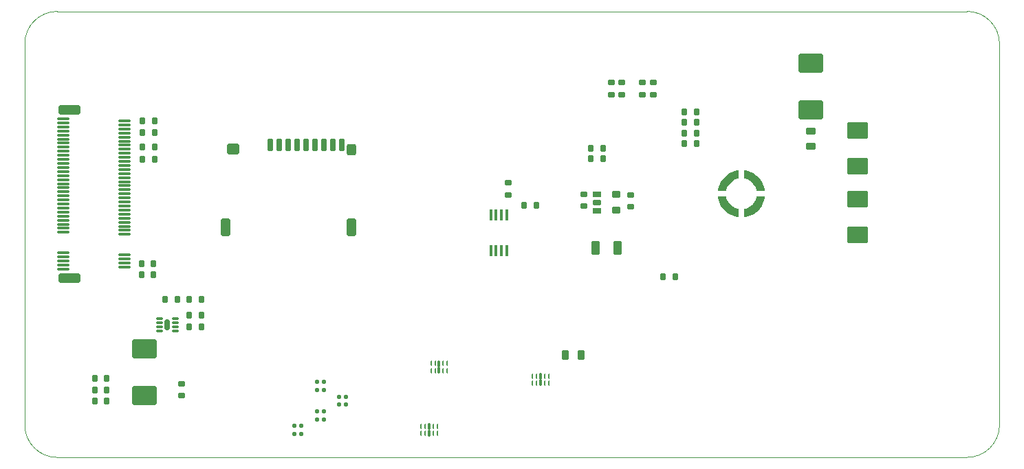
<source format=gbp>
G04*
G04 #@! TF.GenerationSoftware,Altium Limited,Altium Designer,22.2.1 (43)*
G04*
G04 Layer_Color=65535*
%FSAX44Y44*%
%MOMM*%
G71*
G04*
G04 #@! TF.SameCoordinates,6FBE58D4-8AA7-4130-90BE-7BA939E9B375*
G04*
G04*
G04 #@! TF.FilePolarity,Positive*
G04*
G01*
G75*
%ADD19C,0.1000*%
G04:AMPARAMS|DCode=32|XSize=0.75mm|YSize=0.8mm|CornerRadius=0.1875mm|HoleSize=0mm|Usage=FLASHONLY|Rotation=270.000|XOffset=0mm|YOffset=0mm|HoleType=Round|Shape=RoundedRectangle|*
%AMROUNDEDRECTD32*
21,1,0.7500,0.4250,0,0,270.0*
21,1,0.3750,0.8000,0,0,270.0*
1,1,0.3750,-0.2125,-0.1875*
1,1,0.3750,-0.2125,0.1875*
1,1,0.3750,0.2125,0.1875*
1,1,0.3750,0.2125,-0.1875*
%
%ADD32ROUNDEDRECTD32*%
G04:AMPARAMS|DCode=38|XSize=0.75mm|YSize=0.8mm|CornerRadius=0.1875mm|HoleSize=0mm|Usage=FLASHONLY|Rotation=180.000|XOffset=0mm|YOffset=0mm|HoleType=Round|Shape=RoundedRectangle|*
%AMROUNDEDRECTD38*
21,1,0.7500,0.4250,0,0,180.0*
21,1,0.3750,0.8000,0,0,180.0*
1,1,0.3750,-0.1875,0.2125*
1,1,0.3750,0.1875,0.2125*
1,1,0.3750,0.1875,-0.2125*
1,1,0.3750,-0.1875,-0.2125*
%
%ADD38ROUNDEDRECTD38*%
G04:AMPARAMS|DCode=40|XSize=3.05mm|YSize=2.4mm|CornerRadius=0.3mm|HoleSize=0mm|Usage=FLASHONLY|Rotation=0.000|XOffset=0mm|YOffset=0mm|HoleType=Round|Shape=RoundedRectangle|*
%AMROUNDEDRECTD40*
21,1,3.0500,1.8000,0,0,0.0*
21,1,2.4500,2.4000,0,0,0.0*
1,1,0.6000,1.2250,-0.9000*
1,1,0.6000,-1.2250,-0.9000*
1,1,0.6000,-1.2250,0.9000*
1,1,0.6000,1.2250,0.9000*
%
%ADD40ROUNDEDRECTD40*%
G04:AMPARAMS|DCode=51|XSize=0.85mm|YSize=1.25mm|CornerRadius=0.17mm|HoleSize=0mm|Usage=FLASHONLY|Rotation=0.000|XOffset=0mm|YOffset=0mm|HoleType=Round|Shape=RoundedRectangle|*
%AMROUNDEDRECTD51*
21,1,0.8500,0.9100,0,0,0.0*
21,1,0.5100,1.2500,0,0,0.0*
1,1,0.3400,0.2550,-0.4550*
1,1,0.3400,-0.2550,-0.4550*
1,1,0.3400,-0.2550,0.4550*
1,1,0.3400,0.2550,0.4550*
%
%ADD51ROUNDEDRECTD51*%
G04:AMPARAMS|DCode=147|XSize=0.3mm|YSize=1.55mm|CornerRadius=0.1125mm|HoleSize=0mm|Usage=FLASHONLY|Rotation=270.000|XOffset=0mm|YOffset=0mm|HoleType=Round|Shape=RoundedRectangle|*
%AMROUNDEDRECTD147*
21,1,0.3000,1.3250,0,0,270.0*
21,1,0.0750,1.5500,0,0,270.0*
1,1,0.2250,-0.6625,-0.0375*
1,1,0.2250,-0.6625,0.0375*
1,1,0.2250,0.6625,0.0375*
1,1,0.2250,0.6625,-0.0375*
%
%ADD147ROUNDEDRECTD147*%
G04:AMPARAMS|DCode=148|XSize=1.2mm|YSize=2.75mm|CornerRadius=0.3mm|HoleSize=0mm|Usage=FLASHONLY|Rotation=270.000|XOffset=0mm|YOffset=0mm|HoleType=Round|Shape=RoundedRectangle|*
%AMROUNDEDRECTD148*
21,1,1.2000,2.1500,0,0,270.0*
21,1,0.6000,2.7500,0,0,270.0*
1,1,0.6000,-1.0750,-0.3000*
1,1,0.6000,-1.0750,0.3000*
1,1,0.6000,1.0750,0.3000*
1,1,0.6000,1.0750,-0.3000*
%
%ADD148ROUNDEDRECTD148*%
G04:AMPARAMS|DCode=149|XSize=1.3mm|YSize=0.7mm|CornerRadius=0.175mm|HoleSize=0mm|Usage=FLASHONLY|Rotation=90.000|XOffset=0mm|YOffset=0mm|HoleType=Round|Shape=RoundedRectangle|*
%AMROUNDEDRECTD149*
21,1,1.3000,0.3500,0,0,90.0*
21,1,0.9500,0.7000,0,0,90.0*
1,1,0.3500,0.1750,0.4750*
1,1,0.3500,0.1750,-0.4750*
1,1,0.3500,-0.1750,-0.4750*
1,1,0.3500,-0.1750,0.4750*
%
%ADD149ROUNDEDRECTD149*%
G04:AMPARAMS|DCode=150|XSize=0.8mm|YSize=0.3mm|CornerRadius=0.075mm|HoleSize=0mm|Usage=FLASHONLY|Rotation=180.000|XOffset=0mm|YOffset=0mm|HoleType=Round|Shape=RoundedRectangle|*
%AMROUNDEDRECTD150*
21,1,0.8000,0.1500,0,0,180.0*
21,1,0.6500,0.3000,0,0,180.0*
1,1,0.1500,-0.3250,0.0750*
1,1,0.1500,0.3250,0.0750*
1,1,0.1500,0.3250,-0.0750*
1,1,0.1500,-0.3250,-0.0750*
%
%ADD150ROUNDEDRECTD150*%
G04:AMPARAMS|DCode=151|XSize=0.675mm|YSize=0.2mm|CornerRadius=0.05mm|HoleSize=0mm|Usage=FLASHONLY|Rotation=90.000|XOffset=0mm|YOffset=0mm|HoleType=Round|Shape=RoundedRectangle|*
%AMROUNDEDRECTD151*
21,1,0.6750,0.1000,0,0,90.0*
21,1,0.5750,0.2000,0,0,90.0*
1,1,0.1000,0.0500,0.2875*
1,1,0.1000,0.0500,-0.2875*
1,1,0.1000,-0.0500,-0.2875*
1,1,0.1000,-0.0500,0.2875*
%
%ADD151ROUNDEDRECTD151*%
G04:AMPARAMS|DCode=152|XSize=0.775mm|YSize=0.4mm|CornerRadius=0.1mm|HoleSize=0mm|Usage=FLASHONLY|Rotation=90.000|XOffset=0mm|YOffset=0mm|HoleType=Round|Shape=RoundedRectangle|*
%AMROUNDEDRECTD152*
21,1,0.7750,0.2000,0,0,90.0*
21,1,0.5750,0.4000,0,0,90.0*
1,1,0.2000,0.1000,0.2875*
1,1,0.2000,0.1000,-0.2875*
1,1,0.2000,-0.1000,-0.2875*
1,1,0.2000,-0.1000,0.2875*
%
%ADD152ROUNDEDRECTD152*%
G04:AMPARAMS|DCode=153|XSize=0.4mm|YSize=1.4mm|CornerRadius=0.1mm|HoleSize=0mm|Usage=FLASHONLY|Rotation=180.000|XOffset=0mm|YOffset=0mm|HoleType=Round|Shape=RoundedRectangle|*
%AMROUNDEDRECTD153*
21,1,0.4000,1.2000,0,0,180.0*
21,1,0.2000,1.4000,0,0,180.0*
1,1,0.2000,-0.1000,0.6000*
1,1,0.2000,0.1000,0.6000*
1,1,0.2000,0.1000,-0.6000*
1,1,0.2000,-0.1000,-0.6000*
%
%ADD153ROUNDEDRECTD153*%
G04:AMPARAMS|DCode=154|XSize=2mm|YSize=2.6mm|CornerRadius=0.2mm|HoleSize=0mm|Usage=FLASHONLY|Rotation=270.000|XOffset=0mm|YOffset=0mm|HoleType=Round|Shape=RoundedRectangle|*
%AMROUNDEDRECTD154*
21,1,2.0000,2.2000,0,0,270.0*
21,1,1.6000,2.6000,0,0,270.0*
1,1,0.4000,-1.1000,-0.8000*
1,1,0.4000,-1.1000,0.8000*
1,1,0.4000,1.1000,0.8000*
1,1,0.4000,1.1000,-0.8000*
%
%ADD154ROUNDEDRECTD154*%
G04:AMPARAMS|DCode=155|XSize=0.85mm|YSize=1mm|CornerRadius=0.051mm|HoleSize=0mm|Usage=FLASHONLY|Rotation=270.000|XOffset=0mm|YOffset=0mm|HoleType=Round|Shape=RoundedRectangle|*
%AMROUNDEDRECTD155*
21,1,0.8500,0.8980,0,0,270.0*
21,1,0.7480,1.0000,0,0,270.0*
1,1,0.1020,-0.4490,-0.3740*
1,1,0.1020,-0.4490,0.3740*
1,1,0.1020,0.4490,0.3740*
1,1,0.1020,0.4490,-0.3740*
%
%ADD155ROUNDEDRECTD155*%
G04:AMPARAMS|DCode=156|XSize=0.75mm|YSize=1mm|CornerRadius=0.0488mm|HoleSize=0mm|Usage=FLASHONLY|Rotation=270.000|XOffset=0mm|YOffset=0mm|HoleType=Round|Shape=RoundedRectangle|*
%AMROUNDEDRECTD156*
21,1,0.7500,0.9025,0,0,270.0*
21,1,0.6525,1.0000,0,0,270.0*
1,1,0.0975,-0.4513,-0.3263*
1,1,0.0975,-0.4513,0.3263*
1,1,0.0975,0.4513,0.3263*
1,1,0.0975,0.4513,-0.3263*
%
%ADD156ROUNDEDRECTD156*%
G04:AMPARAMS|DCode=157|XSize=0.6mm|YSize=1mm|CornerRadius=0.051mm|HoleSize=0mm|Usage=FLASHONLY|Rotation=90.000|XOffset=0mm|YOffset=0mm|HoleType=Round|Shape=RoundedRectangle|*
%AMROUNDEDRECTD157*
21,1,0.6000,0.8980,0,0,90.0*
21,1,0.4980,1.0000,0,0,90.0*
1,1,0.1020,0.4490,0.2490*
1,1,0.1020,0.4490,-0.2490*
1,1,0.1020,-0.4490,-0.2490*
1,1,0.1020,-0.4490,0.2490*
%
%ADD157ROUNDEDRECTD157*%
G04:AMPARAMS|DCode=158|XSize=1.1mm|YSize=1.7mm|CornerRadius=0.275mm|HoleSize=0mm|Usage=FLASHONLY|Rotation=0.000|XOffset=0mm|YOffset=0mm|HoleType=Round|Shape=RoundedRectangle|*
%AMROUNDEDRECTD158*
21,1,1.1000,1.1500,0,0,0.0*
21,1,0.5500,1.7000,0,0,0.0*
1,1,0.5500,0.2750,-0.5750*
1,1,0.5500,-0.2750,-0.5750*
1,1,0.5500,-0.2750,0.5750*
1,1,0.5500,0.2750,0.5750*
%
%ADD158ROUNDEDRECTD158*%
G04:AMPARAMS|DCode=159|XSize=0.7mm|YSize=1.6mm|CornerRadius=0.175mm|HoleSize=0mm|Usage=FLASHONLY|Rotation=180.000|XOffset=0mm|YOffset=0mm|HoleType=Round|Shape=RoundedRectangle|*
%AMROUNDEDRECTD159*
21,1,0.7000,1.2500,0,0,180.0*
21,1,0.3500,1.6000,0,0,180.0*
1,1,0.3500,-0.1750,0.6250*
1,1,0.3500,0.1750,0.6250*
1,1,0.3500,0.1750,-0.6250*
1,1,0.3500,-0.1750,-0.6250*
%
%ADD159ROUNDEDRECTD159*%
G04:AMPARAMS|DCode=160|XSize=1.2mm|YSize=1.4mm|CornerRadius=0.3mm|HoleSize=0mm|Usage=FLASHONLY|Rotation=180.000|XOffset=0mm|YOffset=0mm|HoleType=Round|Shape=RoundedRectangle|*
%AMROUNDEDRECTD160*
21,1,1.2000,0.8000,0,0,180.0*
21,1,0.6000,1.4000,0,0,180.0*
1,1,0.6000,-0.3000,0.4000*
1,1,0.6000,0.3000,0.4000*
1,1,0.6000,0.3000,-0.4000*
1,1,0.6000,-0.3000,-0.4000*
%
%ADD160ROUNDEDRECTD160*%
G04:AMPARAMS|DCode=161|XSize=1.2mm|YSize=2.2mm|CornerRadius=0.3mm|HoleSize=0mm|Usage=FLASHONLY|Rotation=180.000|XOffset=0mm|YOffset=0mm|HoleType=Round|Shape=RoundedRectangle|*
%AMROUNDEDRECTD161*
21,1,1.2000,1.6000,0,0,180.0*
21,1,0.6000,2.2000,0,0,180.0*
1,1,0.6000,-0.3000,0.8000*
1,1,0.6000,0.3000,0.8000*
1,1,0.6000,0.3000,-0.8000*
1,1,0.6000,-0.3000,-0.8000*
%
%ADD161ROUNDEDRECTD161*%
G04:AMPARAMS|DCode=162|XSize=1.6mm|YSize=1.4mm|CornerRadius=0.35mm|HoleSize=0mm|Usage=FLASHONLY|Rotation=180.000|XOffset=0mm|YOffset=0mm|HoleType=Round|Shape=RoundedRectangle|*
%AMROUNDEDRECTD162*
21,1,1.6000,0.7000,0,0,180.0*
21,1,0.9000,1.4000,0,0,180.0*
1,1,0.7000,-0.4500,0.3500*
1,1,0.7000,0.4500,0.3500*
1,1,0.7000,0.4500,-0.3500*
1,1,0.7000,-0.4500,-0.3500*
%
%ADD162ROUNDEDRECTD162*%
G04:AMPARAMS|DCode=163|XSize=0.5mm|YSize=0.5mm|CornerRadius=0.06mm|HoleSize=0mm|Usage=FLASHONLY|Rotation=180.000|XOffset=0mm|YOffset=0mm|HoleType=Round|Shape=RoundedRectangle|*
%AMROUNDEDRECTD163*
21,1,0.5000,0.3800,0,0,180.0*
21,1,0.3800,0.5000,0,0,180.0*
1,1,0.1200,-0.1900,0.1900*
1,1,0.1200,0.1900,0.1900*
1,1,0.1200,0.1900,-0.1900*
1,1,0.1200,-0.1900,-0.1900*
%
%ADD163ROUNDEDRECTD163*%
G04:AMPARAMS|DCode=164|XSize=0.85mm|YSize=1.25mm|CornerRadius=0.17mm|HoleSize=0mm|Usage=FLASHONLY|Rotation=90.000|XOffset=0mm|YOffset=0mm|HoleType=Round|Shape=RoundedRectangle|*
%AMROUNDEDRECTD164*
21,1,0.8500,0.9100,0,0,90.0*
21,1,0.5100,1.2500,0,0,90.0*
1,1,0.3400,0.4550,0.2550*
1,1,0.3400,0.4550,-0.2550*
1,1,0.3400,-0.4550,-0.2550*
1,1,0.3400,-0.4550,0.2550*
%
%ADD164ROUNDEDRECTD164*%
G36*
X00853256Y00321868D02*
X00853530Y00319418D01*
X00854893Y00314679D01*
X00857031Y00310236D01*
X00859883Y00306214D01*
X00863370Y00302727D01*
X00867392Y00299875D01*
X00871835Y00297737D01*
X00876574Y00296374D01*
X00879024Y00296100D01*
X00879024D01*
X00879024Y00306398D01*
X00877600Y00306702D01*
X00874842Y00307632D01*
X00872258Y00308973D01*
X00869909Y00310692D01*
X00867851Y00312750D01*
X00866131Y00315099D01*
X00864790Y00317682D01*
X00863859Y00320440D01*
X00863555Y00321865D01*
X00863555D01*
X00853256Y00321868D01*
D02*
G37*
G36*
X00879024Y00354137D02*
X00876574Y00353862D01*
X00871835Y00352500D01*
X00867392Y00350362D01*
X00863370Y00347509D01*
X00859883Y00344022D01*
X00857031Y00340000D01*
X00854893Y00335557D01*
X00853530Y00330818D01*
X00853256Y00328368D01*
X00853256D01*
X00863554D01*
X00863858Y00329793D01*
X00864788Y00332551D01*
X00866129Y00335135D01*
X00867848Y00337483D01*
X00869906Y00339542D01*
X00872255Y00341262D01*
X00874838Y00342603D01*
X00877596Y00343533D01*
X00879021Y00343838D01*
X00879021Y00343838D01*
X00879024Y00354137D01*
D02*
G37*
G36*
X00885524Y00296100D02*
X00887974Y00296374D01*
X00892713Y00297737D01*
X00897156Y00299875D01*
X00901178Y00302727D01*
X00904665Y00306214D01*
X00907518Y00310236D01*
X00909656Y00314679D01*
X00911018Y00319418D01*
X00911293Y00321868D01*
X00911293D01*
X00900994D01*
X00900690Y00320444D01*
X00899760Y00317686D01*
X00898419Y00315102D01*
X00896700Y00312753D01*
X00894642Y00310695D01*
X00892293Y00308975D01*
X00889710Y00307634D01*
X00886952Y00306703D01*
X00885528Y00306399D01*
X00885528D01*
X00885524Y00296100D01*
D02*
G37*
G36*
X00911293Y00328368D02*
X00911018Y00330818D01*
X00909656Y00335557D01*
X00907518Y00340000D01*
X00904665Y00344022D01*
X00901178Y00347509D01*
X00897156Y00350362D01*
X00892713Y00352500D01*
X00887974Y00353862D01*
X00885524Y00354137D01*
X00885524D01*
X00885524Y00343838D01*
X00886949Y00343534D01*
X00889707Y00342604D01*
X00892291Y00341264D01*
X00894639Y00339544D01*
X00896698Y00337486D01*
X00898418Y00335137D01*
X00899759Y00332554D01*
X00900689Y00329796D01*
X00900993Y00328372D01*
X00900994D01*
X00911293Y00328368D01*
D02*
G37*
D19*
X01160000Y00000000D02*
G03*
X01200000Y00040000I00000000J00040000D01*
G01*
X01200000Y00510000D02*
G03*
X01160000Y00550000I-00040000J00000000D01*
G01*
X00000000Y00040000D02*
G03*
X00040000Y-00000000I00040000J00000000D01*
G01*
Y00550000D02*
G03*
X00000000Y00510000I00000000J-00040000D01*
G01*
X01200000Y00040000D02*
X01200000Y00510000D01*
X00040000Y-00000000D02*
X01160000Y00000000D01*
X00040000Y00550000D02*
X01160000Y00550000D01*
X-00000000Y00510000D02*
X00000000Y00040000D01*
X01160000Y00000000D02*
G03*
X01200000Y00040000I00000000J00040000D01*
G01*
X01200000Y00510000D02*
G03*
X01160000Y00550000I-00040000J00000000D01*
G01*
X00000000Y00040000D02*
G03*
X00040000Y-00000000I00040000J00000000D01*
G01*
Y00550000D02*
G03*
X00000000Y00510000I00000000J-00040000D01*
G01*
X01200000Y00040000D02*
X01200000Y00510000D01*
X00040000Y-00000000D02*
X01160000Y00000000D01*
X00040000Y00550000D02*
X01160000Y00550000D01*
X-00000000Y00510000D02*
X00000000Y00040000D01*
D32*
X00721750Y00462250D02*
D03*
Y00447250D02*
D03*
X00735000Y00462250D02*
D03*
Y00447250D02*
D03*
X00760250Y00462250D02*
D03*
Y00447250D02*
D03*
X00774000Y00447250D02*
D03*
Y00462250D02*
D03*
X00688000Y00324750D02*
D03*
Y00309750D02*
D03*
X00193000Y00076000D02*
D03*
Y00091000D02*
D03*
X00595000Y00323500D02*
D03*
Y00338500D02*
D03*
X00746000Y00308750D02*
D03*
Y00323750D02*
D03*
D38*
X00697000Y00381250D02*
D03*
X00712000D02*
D03*
Y00368500D02*
D03*
X00697000D02*
D03*
X00144750Y00415000D02*
D03*
X00159750D02*
D03*
X00144750Y00367500D02*
D03*
X00159750D02*
D03*
X00143500Y00239000D02*
D03*
X00158500D02*
D03*
X00101000Y00069500D02*
D03*
X00086000D02*
D03*
X00101000Y00097500D02*
D03*
X00086000D02*
D03*
X00101000Y00083500D02*
D03*
X00086000D02*
D03*
X00144750Y00400500D02*
D03*
X00159750D02*
D03*
X00202500Y00195000D02*
D03*
X00217500D02*
D03*
X00187500D02*
D03*
X00172500D02*
D03*
X00144750Y00382500D02*
D03*
X00159750D02*
D03*
X00143500Y00225000D02*
D03*
X00158500D02*
D03*
X00202500Y00175500D02*
D03*
X00217500D02*
D03*
X00202500Y00161000D02*
D03*
X00217500D02*
D03*
X00785500Y00223000D02*
D03*
X00800500D02*
D03*
X00827000Y00400000D02*
D03*
X00812000D02*
D03*
X00827000Y00413000D02*
D03*
X00812000D02*
D03*
Y00387000D02*
D03*
X00827000D02*
D03*
X00812000Y00426000D02*
D03*
X00827000D02*
D03*
X00614500Y00310750D02*
D03*
X00629500D02*
D03*
D40*
X00967500Y00485750D02*
D03*
Y00428250D02*
D03*
X00147500Y00133500D02*
D03*
Y00076000D02*
D03*
D51*
X00665750Y00126500D02*
D03*
X00684750D02*
D03*
D147*
X00122750Y00275000D02*
D03*
X00047250Y00277500D02*
D03*
X00122750Y00280000D02*
D03*
X00047250Y00282500D02*
D03*
X00122750Y00285000D02*
D03*
X00047250Y00287500D02*
D03*
X00122750Y00290000D02*
D03*
X00047250Y00292500D02*
D03*
X00122750Y00295000D02*
D03*
X00047250Y00297500D02*
D03*
X00122750Y00300000D02*
D03*
X00047250Y00302500D02*
D03*
X00122750Y00305000D02*
D03*
X00047250Y00307500D02*
D03*
X00122750Y00310000D02*
D03*
X00047250Y00312500D02*
D03*
X00122750Y00315000D02*
D03*
X00047250Y00317500D02*
D03*
X00122750Y00320000D02*
D03*
X00047250Y00322500D02*
D03*
X00122750Y00325000D02*
D03*
X00047250Y00327500D02*
D03*
X00122750Y00330000D02*
D03*
X00047250Y00332500D02*
D03*
X00122750Y00335000D02*
D03*
X00047250Y00337500D02*
D03*
X00122750Y00340000D02*
D03*
X00047250Y00342500D02*
D03*
X00122750Y00345000D02*
D03*
X00047250Y00347500D02*
D03*
X00122750Y00350000D02*
D03*
X00047250Y00352500D02*
D03*
X00122750Y00355000D02*
D03*
X00047250Y00357500D02*
D03*
X00122750Y00360000D02*
D03*
X00047250Y00362500D02*
D03*
X00122750Y00365000D02*
D03*
X00047250Y00367500D02*
D03*
X00122750Y00370000D02*
D03*
X00047250Y00372500D02*
D03*
X00122750Y00375000D02*
D03*
X00047250Y00377500D02*
D03*
X00122750Y00380000D02*
D03*
X00047250Y00382500D02*
D03*
X00122750Y00385000D02*
D03*
X00047250Y00387500D02*
D03*
X00122750Y00390000D02*
D03*
X00047250Y00232500D02*
D03*
X00122750Y00235000D02*
D03*
X00047250Y00237500D02*
D03*
X00122750Y00240000D02*
D03*
X00047250Y00242500D02*
D03*
X00122750Y00245000D02*
D03*
X00047250Y00247500D02*
D03*
X00122750Y00250000D02*
D03*
X00047250Y00252500D02*
D03*
Y00392500D02*
D03*
X00122750Y00395000D02*
D03*
X00047250Y00397500D02*
D03*
X00122750Y00400000D02*
D03*
X00047250Y00402500D02*
D03*
X00122750Y00405000D02*
D03*
X00047250Y00407500D02*
D03*
X00122750Y00410000D02*
D03*
X00047250Y00412500D02*
D03*
X00122750Y00415000D02*
D03*
X00047250Y00417500D02*
D03*
D148*
X00055000Y00221500D02*
D03*
Y00428500D02*
D03*
D149*
X00175500Y00163500D02*
D03*
D150*
X00165500Y00171000D02*
D03*
Y00166000D02*
D03*
Y00161000D02*
D03*
Y00156000D02*
D03*
X00185500D02*
D03*
Y00161000D02*
D03*
Y00166000D02*
D03*
Y00171000D02*
D03*
D151*
X00508000Y00038375D02*
D03*
X00503000D02*
D03*
X00493000Y00038375D02*
D03*
X00488000D02*
D03*
X00488000Y00029625D02*
D03*
X00493000D02*
D03*
X00503000Y00029625D02*
D03*
X00508000D02*
D03*
X00644999Y00100375D02*
D03*
X00639999D02*
D03*
X00629999Y00100375D02*
D03*
X00624999D02*
D03*
X00624999Y00091625D02*
D03*
X00629999D02*
D03*
X00639999Y00091625D02*
D03*
X00644999D02*
D03*
X00520000Y00107000D02*
D03*
X00515000D02*
D03*
X00505000Y00107000D02*
D03*
X00500000D02*
D03*
X00500000Y00115750D02*
D03*
X00505000D02*
D03*
X00515000Y00115750D02*
D03*
X00520000D02*
D03*
D152*
X00498000Y00037875D02*
D03*
Y00030125D02*
D03*
X00634999Y00099875D02*
D03*
Y00092125D02*
D03*
X00510000Y00107500D02*
D03*
Y00115250D02*
D03*
D153*
X00573750Y00299000D02*
D03*
X00580250Y00299000D02*
D03*
X00586750Y00299000D02*
D03*
X00593250Y00299000D02*
D03*
X00573750Y00255000D02*
D03*
X00580250Y00255000D02*
D03*
X00586750Y00255000D02*
D03*
X00593250Y00255000D02*
D03*
D154*
X01025500Y00318500D02*
D03*
Y00274500D02*
D03*
Y00403500D02*
D03*
Y00359500D02*
D03*
D155*
X00728000Y00324000D02*
D03*
Y00305000D02*
D03*
D156*
X00704500Y00324750D02*
D03*
Y00304250D02*
D03*
D157*
Y00314500D02*
D03*
D158*
X00729750Y00258000D02*
D03*
X00702750D02*
D03*
D159*
X00302500Y00385000D02*
D03*
X00313500D02*
D03*
X00324500D02*
D03*
X00335500D02*
D03*
X00346500D02*
D03*
X00357500D02*
D03*
X00368500D02*
D03*
X00379500D02*
D03*
X00390500D02*
D03*
D160*
X00402500Y00379000D02*
D03*
D161*
Y00284000D02*
D03*
X00247500Y00284000D02*
D03*
D162*
X00256500Y00380000D02*
D03*
D163*
X00395500Y00065000D02*
D03*
X00386500D02*
D03*
X00331500Y00029000D02*
D03*
X00340500D02*
D03*
X00359500Y00093000D02*
D03*
X00368500D02*
D03*
X00386500Y00075000D02*
D03*
X00395500D02*
D03*
X00359500Y00083000D02*
D03*
X00368500D02*
D03*
X00331500Y00039000D02*
D03*
X00340500D02*
D03*
X00359500Y00047000D02*
D03*
X00368500D02*
D03*
X00359500Y00057000D02*
D03*
X00368500D02*
D03*
D164*
X00968000Y00383500D02*
D03*
Y00402500D02*
D03*
M02*

</source>
